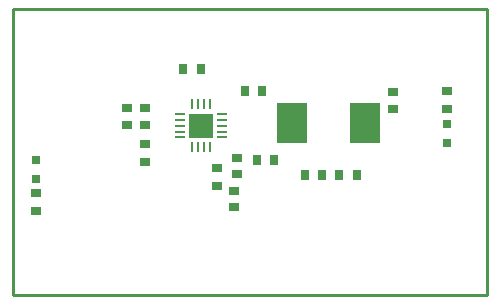
<source format=gtp>
G04 Layer_Color=8421504*
%FSLAX25Y25*%
%MOIN*%
G70*
G01*
G75*
%ADD10R,0.03543X0.03150*%
%ADD11R,0.03543X0.02756*%
%ADD12O,0.03543X0.00787*%
%ADD13O,0.00787X0.03543*%
%ADD14R,0.08071X0.08071*%
%ADD15R,0.02756X0.03543*%
%ADD16R,0.03150X0.03543*%
%ADD18R,0.10039X0.13386*%
%ADD19R,0.03150X0.03150*%
%ADD21C,0.01000*%
D10*
X50476Y62279D02*
D03*
Y56768D02*
D03*
X56476Y62279D02*
D03*
Y56768D02*
D03*
X86976Y45779D02*
D03*
Y40268D02*
D03*
X85976Y34780D02*
D03*
Y29268D02*
D03*
X139000Y62244D02*
D03*
Y67756D02*
D03*
D11*
X56476Y50476D02*
D03*
Y44571D02*
D03*
X80476Y42476D02*
D03*
Y36571D02*
D03*
X20000Y33953D02*
D03*
Y28047D02*
D03*
X157000Y62047D02*
D03*
Y67953D02*
D03*
D12*
X82063Y60461D02*
D03*
Y58492D02*
D03*
Y56524D02*
D03*
Y54555D02*
D03*
Y52587D02*
D03*
X67890D02*
D03*
Y54555D02*
D03*
Y56524D02*
D03*
Y58492D02*
D03*
Y60461D02*
D03*
D13*
X77929Y49437D02*
D03*
X75961D02*
D03*
X73992D02*
D03*
X72024D02*
D03*
Y63610D02*
D03*
X73992D02*
D03*
X75961D02*
D03*
X77929D02*
D03*
D14*
X74976Y56524D02*
D03*
D15*
X74929Y75524D02*
D03*
X69024D02*
D03*
X93524Y45024D02*
D03*
X99429D02*
D03*
X115453Y40000D02*
D03*
X109547D02*
D03*
X126953D02*
D03*
X121047D02*
D03*
D16*
X95232Y68024D02*
D03*
X89720D02*
D03*
D18*
X129606Y57500D02*
D03*
X105394D02*
D03*
D19*
X157000Y50752D02*
D03*
Y57248D02*
D03*
X20000Y45248D02*
D03*
Y38752D02*
D03*
D21*
X29500Y0D02*
X140500D01*
X170500D01*
Y48000D01*
Y95500D01*
X12500D02*
X170500D01*
X12500Y29500D02*
Y95500D01*
Y0D02*
X29500D01*
X12500D02*
Y29500D01*
M02*

</source>
